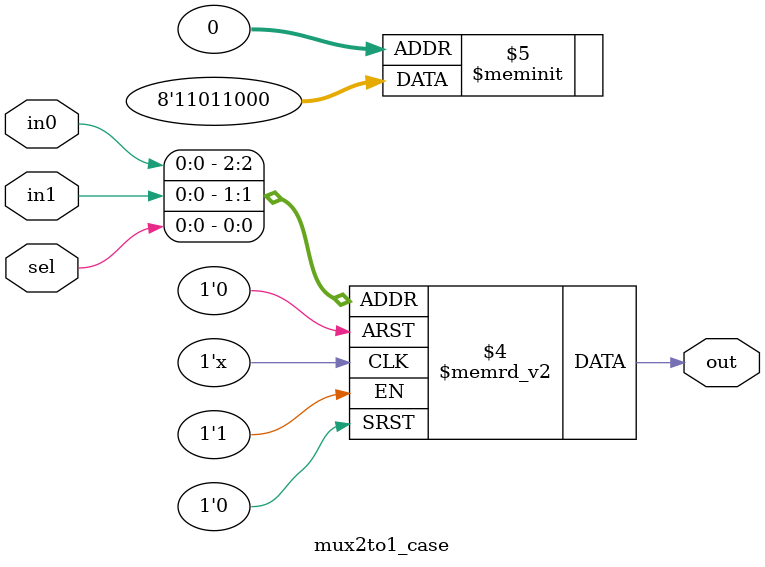
<source format=v>
module	mux2to1_cond(	out,
			in0,
			in1,
			sel	);
output	out	;
input	in0	;
input	in1	;
input	sel	;

assign	out = (sel) ? in1 : in0		;

endmodule



module	mux2to1_if(	out,
			in0,
			in1,
			sel	);
output	out	;
input	in0	;
input	in1	;
input	sel	;

reg	out	;

always @(*) begin
	if(sel == 1'b0 ) begin
		out = in0	;
	end
	else begin
		out = in1	;
	end
end

endmodule

module	mux2to1_case(	out,
			in0,
			in1,
			sel	);
output	out	;
input	in0	;
input	in1	;
input	sel	;

reg	out	;

always @(in0, in1, sel) begin
	case( {in0, in1, sel})
	3'b000 : {out} = 1'b0	;
	3'b001 : {out} = 1'b0	;
	3'b010 : {out} = 1'b0	;
	3'b011 : {out} = 1'b1	;
	3'b100 : {out} = 1'b1	;
	3'b101 : {out} = 1'b0	;
	3'b110 : {out} = 1'b1	;
	3'b111 : {out} = 1'b1	;

	endcase
end

endmodule

</source>
